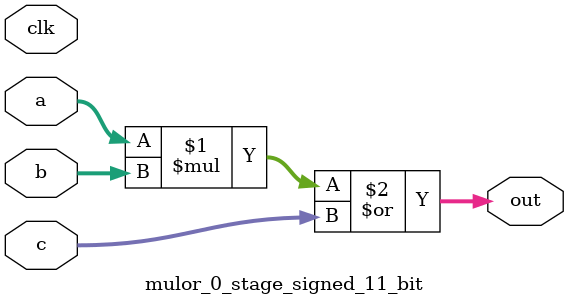
<source format=sv>
(* use_dsp = "yes" *) module mulor_0_stage_signed_11_bit(
	input signed [10:0] a,
	input signed [10:0] b,
	input signed [10:0] c,
	output [10:0] out,
	input clk);

	assign out = (a * b) | c;
endmodule

</source>
